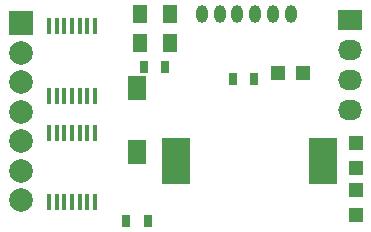
<source format=gbr>
G04 #@! TF.FileFunction,Soldermask,Top*
%FSLAX46Y46*%
G04 Gerber Fmt 4.6, Leading zero omitted, Abs format (unit mm)*
G04 Created by KiCad (PCBNEW 4.0.6) date 03/21/17 17:18:47*
%MOMM*%
%LPD*%
G01*
G04 APERTURE LIST*
%ADD10C,0.100000*%
%ADD11R,0.800000X1.000000*%
%ADD12R,1.300000X1.500000*%
%ADD13R,2.000000X2.000000*%
%ADD14C,2.000000*%
%ADD15O,1.000000X1.524000*%
%ADD16R,1.600000X2.000000*%
%ADD17R,0.450000X1.450000*%
%ADD18R,2.032000X1.727200*%
%ADD19O,2.032000X1.727200*%
%ADD20R,2.400000X4.000000*%
%ADD21R,1.198880X1.198880*%
G04 APERTURE END LIST*
D10*
D11*
X28900000Y-7000000D03*
X27100000Y-7000000D03*
D12*
X21750000Y-4000000D03*
X19250000Y-4000000D03*
D13*
X9144000Y-2286000D03*
D14*
X9144000Y-4779000D03*
X9144000Y-7279000D03*
X9144000Y-9779000D03*
X9144000Y-12279000D03*
X9144000Y-14779000D03*
X9144000Y-17279000D03*
D15*
X24500000Y-1500000D03*
X26000000Y-1500000D03*
X27500000Y-1500000D03*
X29000000Y-1500000D03*
X30500000Y-1500000D03*
X32000000Y-1500000D03*
D11*
X21400000Y-6000000D03*
X19600000Y-6000000D03*
D16*
X19000000Y-7800000D03*
X19000000Y-13200000D03*
D17*
X15450000Y-2550000D03*
X14800000Y-2550000D03*
X14150000Y-2550000D03*
X13500000Y-2550000D03*
X12850000Y-2550000D03*
X12200000Y-2550000D03*
X11550000Y-2550000D03*
X11550000Y-8450000D03*
X12200000Y-8450000D03*
X12850000Y-8450000D03*
X13500000Y-8450000D03*
X14150000Y-8450000D03*
X14800000Y-8450000D03*
X15450000Y-8450000D03*
X11550000Y-17450000D03*
X12200000Y-17450000D03*
X12850000Y-17450000D03*
X13500000Y-17450000D03*
X14150000Y-17450000D03*
X14800000Y-17450000D03*
X15450000Y-17450000D03*
X15450000Y-11550000D03*
X14800000Y-11550000D03*
X14150000Y-11550000D03*
X13500000Y-11550000D03*
X12850000Y-11550000D03*
X12200000Y-11550000D03*
X11550000Y-11550000D03*
D18*
X37000000Y-2000000D03*
D19*
X37000000Y-4540000D03*
X37000000Y-7080000D03*
X37000000Y-9620000D03*
D20*
X22300000Y-14000000D03*
X34700000Y-14000000D03*
D21*
X33049020Y-6500000D03*
X30950980Y-6500000D03*
D11*
X18100000Y-19000000D03*
X19900000Y-19000000D03*
D21*
X37500000Y-12450980D03*
X37500000Y-14549020D03*
X37500000Y-16450980D03*
X37500000Y-18549020D03*
D12*
X19250000Y-1500000D03*
X21750000Y-1500000D03*
M02*

</source>
